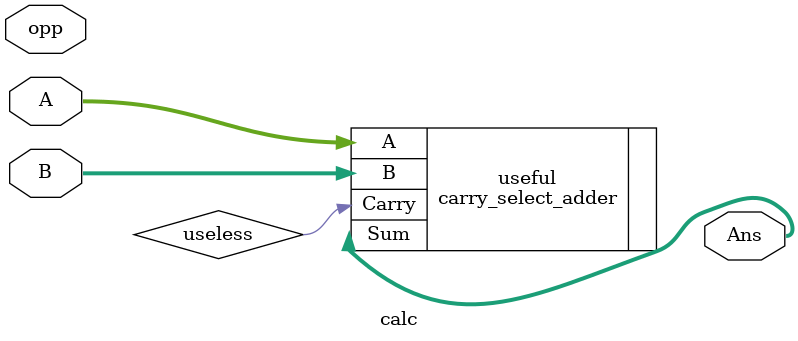
<source format=sv>
module calc(
	input logic[8:0] A,
	input logic[8:0] B,
	input logic opp,
	output logic[8:0] Ans
	//output logic Carry DONT NEED CARRY
);

	logic [8:0] Btemp;
	logic useless;
	
	
	always_comb
	begin
		Btemp = (B ^ {9{opp}});
	end

	
	carry_select_adder useful(.A(A), .B(B), .Sum(Ans), .Carry(useless));



endmodule
</source>
